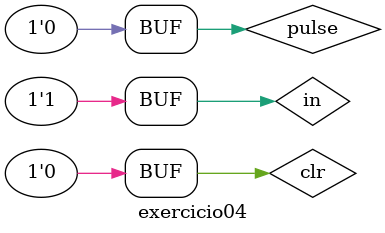
<source format=v>
/*
	Pontificia Universidade Catolica de Minas Gerais
	Instituto de Ciencias Exatas e Informatica – ICEI
	
	Arquitetura de Computadores I
	Tema: Introducao 'a linguagem Verilog e simulacao em Logisim
	
	Guia 13 - 29/10/2021
	
	Matricula: 723185
	Aluno: Danielle Dias Vieira
*/

/*
	Flip-Flop JK
*/

module jkff (output q , output qnot,
             input  j , input  k,
             input clk, input  preset, input clear);

	reg q, qnot;

	always @ ( posedge clk or posedge preset or posedge clear )
		begin
			if (clear)
			begin q<=0; qnot<=1; end
			else
			  if (preset)
			  begin q<=1; qnot<=0; end
			  else
				if (j&~k)
				begin q<=1; qnot<=0; end
				else
				  if (~j&k)
				  begin q<=0; qnot<=1; end
				  else
					if(j&k)
					begin q<=~q; qnot<=~qnot; end
		end
endmodule //fim jkff

/*
	Contador assíncrono decádico decrescente com 4 bits de comprimento
*/
module contDecrescDecad4 ( s1, in, pulse, clr );
	output [3:0] s1;
	input  in;
	input  pulse;
	input  clr;
	wire [3:0] qnot;

	jkff jk1(s1[0], qnot[0], in, in, pulse, (clr | (~(qnot[0]) & qnot[1] & ~(qnot[2]) & qnot[3])), 1'b0);
	jkff jk2(s1[1], qnot[1], in, in, s1[0], (clr | (~(qnot[0]) & qnot[1] & ~(qnot[2]) & qnot[3])), 1'b0);
	jkff jk3(s1[2], qnot[2], in, in, s1[1], (clr | (~(qnot[0]) & qnot[1] & ~(qnot[2]) & qnot[3])), 1'b0);
	jkff jk4(s1[3], qnot[3], in, in, s1[2], (clr | (~(qnot[0]) & qnot[1] & ~(qnot[2]) & qnot[3])), 1'b0);
	
endmodule //contDecrescDecad4

module exercicio04;
	//--------------------definir dados
	reg clr, in, pulse;    
	wire[3:0] s;
	
	contDecrescDecad4 CONT1 (s, in, pulse, clr);
	
	//------------------parte principal
	initial
		begin : main
			$display ("Exercicio 04 - Danielle Dias Vieira - 723185");
			$display ("Contador assincrono decadico decrescente com 4 bits de comprimento");
			$display ("");
			$display ("Time   Pulse   In   Preset   Binario  Decimal");
			
			//initial values
			pulse = 0;
			clr = 0;  
			in = 0;

			$monitor ("%2d  - %4b %6b %5b %11b %6d", $time, pulse, in, clr, s, s);
					
			//input signal changing
			#1 clr = 1'b1; 
			#1 clr = 1'b0;
			#1 in = 1'b1; pulse = 1'b1;
			#1 in = 1'b1; pulse = 1'b0;
			#1 in = 1'b1; pulse = 1'b1;
			#1 in = 1'b1; pulse = 1'b0;
			#1 in = 1'b1; pulse = 1'b1;
			#1 in = 1'b1; pulse = 1'b0;
			#1 in = 1'b1; pulse = 1'b1;
			#1 in = 1'b1; pulse = 1'b0;
			#1 in = 1'b1; pulse = 1'b1;
			#1 in = 1'b1; pulse = 1'b0;
			#1 in = 1'b1; pulse = 1'b1;
			#1 in = 1'b1; pulse = 1'b0;
			#1 in = 1'b1; pulse = 1'b1;
			#1 in = 1'b1; pulse = 1'b0;
			#1 in = 1'b1; pulse = 1'b1;
			#1 in = 1'b1; pulse = 1'b0;
			#1 in = 1'b1; pulse = 1'b1;
			#1 in = 1'b1; pulse = 1'b0;
			#1 in = 1'b1; pulse = 1'b1;
			#1 in = 1'b1; pulse = 1'b0;
			
			#1 in = 1'b0; pulse = 1'b1;
			#1 in = 1'b0; pulse = 1'b0;
			
			#1 in = 1'b1; pulse = 1'b1;
			#1 in = 1'b1; pulse = 1'b0;
			#1 in = 1'b1; pulse = 1'b1;
			#1 in = 1'b1; pulse = 1'b0;
			#1 in = 1'b1; pulse = 1'b1;
			#1 in = 1'b1; pulse = 1'b0;
			#1 in = 1'b1; pulse = 1'b1;
			#1 in = 1'b1; pulse = 1'b0;
			#1 in = 1'b1; pulse = 1'b1;
			#1 in = 1'b1; pulse = 1'b0;
			#1 in = 1'b1; pulse = 1'b1;
			#1 in = 1'b1; pulse = 1'b0;
			#1 in = 1'b1; pulse = 1'b1;
			#1 in = 1'b1; pulse = 1'b0;
			#1 in = 1'b1; pulse = 1'b1;
			#1 in = 1'b1; pulse = 1'b0;
			#1 in = 1'b1; pulse = 1'b1;
			#1 in = 1'b1; pulse = 1'b0;
			#1 in = 1'b1; pulse = 1'b1;
			#1 in = 1'b1; pulse = 1'b0;
			
			#1 in = 1'b0; pulse = 1'b1;
			#1 in = 1'b1; pulse = 1'b0;
			
			#1 in = 1'b1; pulse = 1'b1;
			#1 in = 1'b1; pulse = 1'b0;
			#1 in = 1'b1; pulse = 1'b1;
			#1 in = 1'b1; pulse = 1'b0;
			#1 in = 1'b1; pulse = 1'b1;
			#1 in = 1'b1; pulse = 1'b0;
			#1 in = 1'b1; pulse = 1'b1;
			#1 in = 1'b1; pulse = 1'b0;
			
			#1 clr = 1'b1; 
			#1 clr = 1'b0;

		end
endmodule //fim exercicio04

/*
Exercicio 04 - Danielle Dias Vieira - 723185
Contador assincrono decadico decrescente com 4 bits de comprimento

Time   Pulse   In   Preset   Binario  Decimal
 0  -    0      0     0        xxxx      x
 1  -    0      0     1        1111     15
 2  -    0      0     0        1111     15
 3  -    1      1     0        1110     14
 4  -    0      1     0        1110     14
 5  -    1      1     0        1101     13
 6  -    0      1     0        1101     13
 7  -    1      1     0        1100     12
 8  -    0      1     0        1100     12
 9  -    1      1     0        1011     11
10  -    0      1     0        1011     11
11  -    1      1     0        1010     10
12  -    0      1     0        1010     10
13  -    1      1     0        1001      9
14  -    0      1     0        1001      9
15  -    1      1     0        1000      8
16  -    0      1     0        1000      8
17  -    1      1     0        0111      7
18  -    0      1     0        0111      7
19  -    1      1     0        0110      6
20  -    0      1     0        0110      6
21  -    1      1     0        1111     15
22  -    0      1     0        1111     15
23  -    1      0     0        1111     15
24  -    0      0     0        1111     15
25  -    1      1     0        1110     14
26  -    0      1     0        1110     14
27  -    1      1     0        1101     13
28  -    0      1     0        1101     13
29  -    1      1     0        1100     12
30  -    0      1     0        1100     12
31  -    1      1     0        1011     11
32  -    0      1     0        1011     11
33  -    1      1     0        1010     10
34  -    0      1     0        1010     10
35  -    1      1     0        1001      9
36  -    0      1     0        1001      9
37  -    1      1     0        1000      8
38  -    0      1     0        1000      8
39  -    1      1     0        0111      7
40  -    0      1     0        0111      7
41  -    1      1     0        0110      6
42  -    0      1     0        0110      6
43  -    1      1     0        1111     15
44  -    0      1     0        1111     15
45  -    1      0     0        1111     15
46  -    0      1     0        1111     15
47  -    1      1     0        1110     14
48  -    0      1     0        1110     14
49  -    1      1     0        1101     13
50  -    0      1     0        1101     13
51  -    1      1     0        1100     12
52  -    0      1     0        1100     12
53  -    1      1     0        1011     11
54  -    0      1     0        1011     11
55  -    0      1     1        1111     15
56  -    0      1     0        1111     15

*/

</source>
